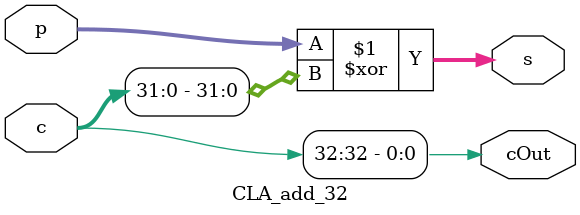
<source format=v>
module CLA_add_32(c, p, s, cOut);

	input [31:0] p;
	input [32:0] c;

	output [31:0] s;
	output cOut;

	assign s = p^c[31:0];
	assign cOut = c[32];

endmodule

</source>
